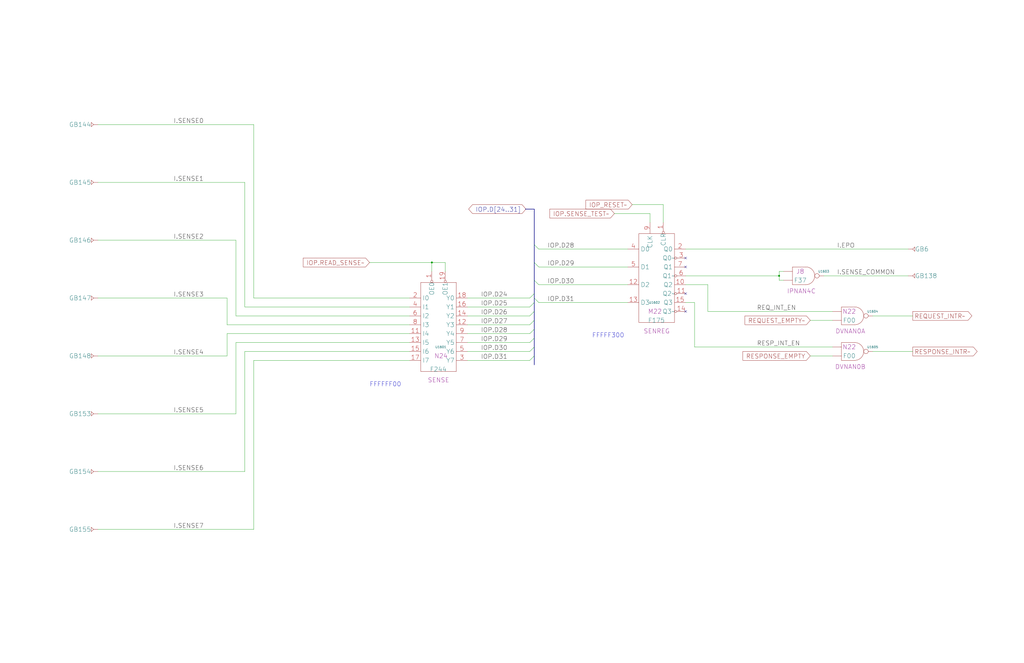
<source format=kicad_sch>
(kicad_sch (version 20211123) (generator eeschema)
  (paper "User" 584.2 378.46)
  (title_block (title "DEVICES\\nTEMPERATURE SENSE") (date "22-SEP-90") (rev "2.0") (comment 1 "IOC") (comment 2 "232-003061") (comment 3 "S400") (comment 4 "RELEASED"))
  (lib_symbols
    (symbol "r1000:F00" (pin_numbers hide) (pin_names hide)
      (property "Reference" "U" (at 15.24 0 0))
      (property "Value" "F00" (at 1.905 -5.08 0))
      (property "Location" "___" (at 1.905 0 0))
      (property "Name" "______" (at 2.54 -12.7 0))
      (symbol "F00_0_1"
        (polyline (pts (xy -2.54 -7.62) (xy 5.08 -7.62)) (stroke (width 0.1524)))
        (polyline (pts (xy -2.54 2.54) (xy -2.54 -7.62)) (stroke (width 0.1524)))
        (polyline (pts (xy -2.54 2.54) (xy 5.08 2.54)) (stroke (width 0.1524)))
        (arc (start 5.08 -7.62) (mid 10.1282 -2.54) (end 5.08 2.54) (stroke (width 0.1524)))
        (circle (center 11.43 -2.54) (radius 1.27) (stroke (width 0.1524)))
      )
      (symbol "F00_0_2"
        (circle (center -3.81 -5.08) (radius 1.27) (stroke (width 0.1524)))
        (circle (center -3.81 0) (radius 1.27) (stroke (width 0.1524)))
        (arc (start -3.175 -7.62) (mid -2.134 -2.54) (end -3.175 2.54) (stroke (width 0.1524)))
        (polyline (pts (xy -3.175 -7.62) (xy 3.81 -7.62)) (stroke (width 0.1524)))
        (polyline (pts (xy -3.175 2.54) (xy 3.81 2.54)) (stroke (width 0.1524)))
        (arc (start 3.81 -7.62) (mid 7.5855 -5.8306) (end 10.16 -2.54) (stroke (width 0.1524)))
        (arc (start 10.16 -2.54) (mid 7.5827 0.7471) (end 3.81 2.54) (stroke (width 0.1524)))
      )
      (symbol "F00_1_1"
        (pin input line (at -7.62 0 0) (length 5.08) (name "D0") (number "1"))
        (pin input line (at -7.62 -5.08 0) (length 5.08) (name "D1") (number "2"))
        (pin output line (at 15.24 -2.54 180) (length 2.54) (name "Q") (number "3"))
      )
      (symbol "F00_1_2"
        (pin input line (at -7.62 0 0) (length 2.54) (name "D0") (number "1"))
        (pin input line (at -7.62 -5.08 0) (length 2.54) (name "D1") (number "2"))
        (pin output line (at 15.24 -2.54 180) (length 5.08) (name "Q") (number "3"))
      )
    )
    (symbol "r1000:F175" (pin_names (offset 1.016))
      (property "Reference" "U" (at 2.54 5.08 0))
      (property "Value" "F175" (at -1.27 -5.08 0))
      (property "Location" "___" (at -1.27 0 0))
      (property "Name" "______" (at 3.81 -12.7 0))
      (symbol "F175_1_1"
        (rectangle (start -6.35 44.45) (end 13.97 -6.35))
        (circle (center 7.62 45.085) (radius 0.635))
        (circle (center 14.605 0) (radius 0.635))
        (circle (center 14.605 10.16) (radius 0.635))
        (circle (center 14.605 20.32) (radius 0.635))
        (circle (center 14.605 30.48) (radius 0.635))
        (pin input line (at 7.62 50.8 270) (length 5.08) (name "CLR") (number "1"))
        (pin output line (at 20.32 15.24 180) (length 6.35) (name "Q2") (number "10"))
        (pin output line (at 20.32 10.16 180) (length 5.08) (name "Q2~") (number "11"))
        (pin input line (at -12.7 15.24 0) (length 6.35) (name "D2") (number "12"))
        (pin input line (at -12.7 5.08 0) (length 6.35) (name "D3") (number "13"))
        (pin output line (at 20.32 0 180) (length 5.08) (name "Q3~") (number "14"))
        (pin output line (at 20.32 5.08 180) (length 6.35) (name "Q3") (number "15"))
        (pin output line (at 20.32 35.56 180) (length 6.35) (name "Q0") (number "2"))
        (pin output line (at 20.32 30.48 180) (length 5.08) (name "Q0~") (number "3"))
        (pin input line (at -12.7 35.56 0) (length 6.35) (name "D0") (number "4"))
        (pin input line (at -12.7 25.4 0) (length 6.35) (name "D1") (number "5"))
        (pin output line (at 20.32 20.32 180) (length 5.08) (name "Q1~") (number "6"))
        (pin output line (at 20.32 25.4 180) (length 6.35) (name "Q1") (number "7"))
        (pin input line (at 0 50.8 270) (length 6.35) (name "CLK") (number "9"))
      )
    )
    (symbol "r1000:F244" (pin_names (offset 1.016))
      (property "Reference" "U" (at 2.54 5.08 0))
      (property "Value" "F244" (at -3.81 -7.62 0))
      (property "Location" "___" (at -1.27 0 0))
      (property "Name" "______" (at 1.27 -15.24 0))
      (symbol "F244_1_1"
        (rectangle (start -8.89 41.91) (end 11.43 -8.89))
        (circle (center -2.54 42.545) (radius 0.635))
        (circle (center 5.08 42.545) (radius 0.635))
        (pin input line (at -2.54 48.26 270) (length 5.08) (name "OE0") (number "1"))
        (pin input line (at -15.24 12.7 0) (length 6.35) (name "I4") (number "11"))
        (pin tri_state line (at 17.78 17.78 180) (length 6.35) (name "Y3") (number "12"))
        (pin input line (at -15.24 7.62 0) (length 6.35) (name "I5") (number "13"))
        (pin tri_state line (at 17.78 22.86 180) (length 6.35) (name "Y2") (number "14"))
        (pin input line (at -15.24 2.54 0) (length 6.35) (name "I6") (number "15"))
        (pin tri_state line (at 17.78 27.94 180) (length 6.35) (name "Y1") (number "16"))
        (pin input line (at -15.24 -2.54 0) (length 6.35) (name "I7") (number "17"))
        (pin tri_state line (at 17.78 33.02 180) (length 6.35) (name "Y0") (number "18"))
        (pin input line (at 5.08 48.26 270) (length 5.08) (name "OE1") (number "19"))
        (pin input line (at -15.24 33.02 0) (length 6.35) (name "I0") (number "2"))
        (pin tri_state line (at 17.78 -2.54 180) (length 6.35) (name "Y7") (number "3"))
        (pin input line (at -15.24 27.94 0) (length 6.35) (name "I1") (number "4"))
        (pin tri_state line (at 17.78 2.54 180) (length 6.35) (name "Y6") (number "5"))
        (pin input line (at -15.24 22.86 0) (length 6.35) (name "I2") (number "6"))
        (pin tri_state line (at 17.78 7.62 180) (length 6.35) (name "Y5") (number "7"))
        (pin input line (at -15.24 17.78 0) (length 6.35) (name "I3") (number "8"))
        (pin tri_state line (at 17.78 12.7 180) (length 6.35) (name "Y4") (number "9"))
      )
    )
    (symbol "r1000:F37" (pin_numbers hide) (pin_names (offset 0) hide)
      (property "Reference" "U" (at 15.24 0 0))
      (property "Value" "F37" (at 1.905 -5.08 0))
      (property "Location" "___" (at 1.905 0 0))
      (property "Name" "______" (at 2.54 -12.7 0))
      (symbol "F37_0_1"
        (polyline (pts (xy -2.54 -7.62) (xy 5.08 -7.62)) (stroke (width 0.1524)))
        (polyline (pts (xy -2.54 2.54) (xy -2.54 -7.62)) (stroke (width 0.1524)))
        (polyline (pts (xy -2.54 2.54) (xy 5.08 2.54)) (stroke (width 0.1524)))
        (arc (start 5.08 -7.62) (mid 10.1282 -2.54) (end 5.08 2.54) (stroke (width 0.1524)))
        (circle (center 11.43 -2.54) (radius 1.27) (stroke (width 0.1524)))
      )
      (symbol "F37_0_2"
        (circle (center -3.81 -5.08) (radius 1.27) (stroke (width 0.1524)))
        (circle (center -3.81 0) (radius 1.27) (stroke (width 0.1524)))
        (arc (start -3.175 -7.62) (mid -2.134 -2.54) (end -3.175 2.54) (stroke (width 0.1524)))
        (polyline (pts (xy -3.175 -7.62) (xy 3.81 -7.62)) (stroke (width 0.1524)))
        (polyline (pts (xy -3.175 2.54) (xy 3.81 2.54)) (stroke (width 0.1524)))
        (arc (start 3.81 -7.62) (mid 7.5855 -5.8306) (end 10.16 -2.54) (stroke (width 0.1524)))
        (arc (start 10.16 -2.54) (mid 7.5827 0.7471) (end 3.81 2.54) (stroke (width 0.1524)))
      )
      (symbol "F37_1_1"
        (pin input line (at -7.62 0 0) (length 5.08) (name "D0") (number "1"))
        (pin input line (at -7.62 -5.08 0) (length 5.08) (name "D1") (number "2"))
        (pin output line (at 15.24 -2.54 180) (length 2.54) (name "Q") (number "3"))
      )
      (symbol "F37_1_2"
        (pin input line (at -7.62 0 0) (length 2.54) (name "D0") (number "1"))
        (pin input line (at -7.62 -5.08 0) (length 2.54) (name "D1") (number "2"))
        (pin output line (at 15.24 -2.54 180) (length 5.08) (name "Q") (number "3"))
      )
    )
    (symbol "r1000:GB" (pin_numbers hide) (pin_names (offset 0) hide)
      (property "Reference" "GB" (at 3.81 0 0))
      (symbol "GB_0_1"
        (polyline (pts (xy 2.54 0) (xy 3.81 1.27) (xy 3.81 -1.27) (xy 2.54 0)) (stroke (width 0.1524)))
      )
      (symbol "GB_1_1"
        (pin bidirectional line (at 0 0 0) (length 2.54) (name "") (number "1"))
      )
    )
  )
  (bus (pts (xy 299.72 119.38) (xy 304.8 119.38)))
  (bus (pts (xy 304.8 119.38) (xy 304.8 139.7)))
  (bus (pts (xy 304.8 139.7) (xy 304.8 149.86)))
  (bus (pts (xy 304.8 149.86) (xy 304.8 160.02)))
  (bus (pts (xy 304.8 160.02) (xy 304.8 167.64)))
  (bus (pts (xy 304.8 167.64) (xy 304.8 170.18)))
  (bus (pts (xy 304.8 170.18) (xy 304.8 172.72)))
  (bus (pts (xy 304.8 172.72) (xy 304.8 177.8)))
  (bus (pts (xy 304.8 177.8) (xy 304.8 182.88)))
  (bus (pts (xy 304.8 182.88) (xy 304.8 187.96)))
  (bus (pts (xy 304.8 187.96) (xy 304.8 193.04)))
  (bus (pts (xy 304.8 193.04) (xy 304.8 198.12)))
  (bus (pts (xy 304.8 198.12) (xy 304.8 203.2)))
  (bus (pts (xy 304.8 203.2) (xy 304.8 208.28)))
  (wire (pts (xy 129.54 185.42) (xy 129.54 170.18)))
  (wire (pts (xy 129.54 190.5) (xy 233.68 190.5)))
  (wire (pts (xy 129.54 203.2) (xy 129.54 190.5)))
  (wire (pts (xy 134.62 137.16) (xy 134.62 180.34)))
  (wire (pts (xy 134.62 180.34) (xy 233.68 180.34)))
  (wire (pts (xy 134.62 195.58) (xy 134.62 236.22)))
  (wire (pts (xy 139.7 175.26) (xy 139.7 104.14)))
  (wire (pts (xy 139.7 200.66) (xy 233.68 200.66)))
  (wire (pts (xy 139.7 269.24) (xy 139.7 200.66)))
  (wire (pts (xy 144.78 170.18) (xy 233.68 170.18)))
  (wire (pts (xy 144.78 205.74) (xy 144.78 302.26)))
  (wire (pts (xy 144.78 71.12) (xy 144.78 170.18)))
  (wire (pts (xy 210.82 149.86) (xy 246.38 149.86)))
  (wire (pts (xy 233.68 175.26) (xy 139.7 175.26)))
  (wire (pts (xy 233.68 185.42) (xy 129.54 185.42)))
  (wire (pts (xy 233.68 195.58) (xy 134.62 195.58)))
  (wire (pts (xy 233.68 205.74) (xy 144.78 205.74)))
  (wire (pts (xy 246.38 149.86) (xy 246.38 154.94)))
  (wire (pts (xy 246.38 149.86) (xy 254 149.86)))
  (wire (pts (xy 254 149.86) (xy 254 154.94)))
  (wire (pts (xy 266.7 170.18) (xy 302.26 170.18)))
  (wire (pts (xy 266.7 175.26) (xy 302.26 175.26)))
  (wire (pts (xy 266.7 180.34) (xy 302.26 180.34)))
  (wire (pts (xy 266.7 185.42) (xy 302.26 185.42)))
  (wire (pts (xy 266.7 190.5) (xy 302.26 190.5)))
  (wire (pts (xy 266.7 195.58) (xy 302.26 195.58)))
  (wire (pts (xy 266.7 200.66) (xy 302.26 200.66)))
  (wire (pts (xy 266.7 205.74) (xy 302.26 205.74)))
  (wire (pts (xy 307.34 142.24) (xy 358.14 142.24)))
  (wire (pts (xy 307.34 152.4) (xy 358.14 152.4)))
  (wire (pts (xy 307.34 162.56) (xy 358.14 162.56)))
  (wire (pts (xy 307.34 172.72) (xy 358.14 172.72)))
  (wire (pts (xy 350.52 121.92) (xy 370.84 121.92)))
  (wire (pts (xy 360.68 116.84) (xy 378.46 116.84)))
  (wire (pts (xy 370.84 121.92) (xy 370.84 127)))
  (wire (pts (xy 378.46 116.84) (xy 378.46 127)))
  (wire (pts (xy 391.16 142.24) (xy 518.16 142.24)))
  (wire (pts (xy 391.16 157.48) (xy 444.5 157.48)))
  (wire (pts (xy 391.16 162.56) (xy 403.86 162.56)))
  (wire (pts (xy 391.16 172.72) (xy 396.24 172.72)))
  (wire (pts (xy 396.24 172.72) (xy 396.24 198.12)))
  (wire (pts (xy 396.24 198.12) (xy 474.98 198.12)))
  (wire (pts (xy 403.86 162.56) (xy 403.86 177.8)))
  (wire (pts (xy 403.86 177.8) (xy 474.98 177.8)))
  (wire (pts (xy 444.5 154.94) (xy 447.04 154.94)))
  (wire (pts (xy 444.5 157.48) (xy 444.5 154.94)))
  (wire (pts (xy 444.5 160.02) (xy 444.5 157.48)))
  (wire (pts (xy 447.04 160.02) (xy 444.5 160.02)))
  (wire (pts (xy 462.28 182.88) (xy 474.98 182.88)))
  (wire (pts (xy 462.28 203.2) (xy 474.98 203.2)))
  (wire (pts (xy 469.9 157.48) (xy 518.16 157.48)))
  (wire (pts (xy 497.84 180.34) (xy 520.7 180.34)))
  (wire (pts (xy 497.84 200.66) (xy 520.7 200.66)))
  (wire (pts (xy 55.88 104.14) (xy 139.7 104.14)))
  (wire (pts (xy 55.88 137.16) (xy 134.62 137.16)))
  (wire (pts (xy 55.88 170.18) (xy 129.54 170.18)))
  (wire (pts (xy 55.88 203.2) (xy 129.54 203.2)))
  (wire (pts (xy 55.88 236.22) (xy 134.62 236.22)))
  (wire (pts (xy 55.88 269.24) (xy 139.7 269.24)))
  (wire (pts (xy 55.88 302.26) (xy 144.78 302.26)))
  (wire (pts (xy 55.88 71.12) (xy 144.78 71.12)))
  (symbol (lib_id "r1000:GB") (at 55.88 71.12 0) (mirror y) (unit 1)
    (property "Reference" "GB144" (at 52.07 71.12 0) (effects (font (size 2.54 2.54)) (justify left)))
    (property "Value" "GB" (effects hide))
  )
  (symbol (lib_id "r1000:GB") (at 55.88 104.14 0) (mirror y) (unit 1)
    (property "Reference" "GB145" (at 52.07 104.14 0) (effects (font (size 2.54 2.54)) (justify left)))
    (property "Value" "GB" (effects hide))
  )
  (symbol (lib_id "r1000:GB") (at 55.88 137.16 0) (mirror y) (unit 1)
    (property "Reference" "GB146" (at 52.07 137.16 0) (effects (font (size 2.54 2.54)) (justify left)))
    (property "Value" "GB" (effects hide))
  )
  (symbol (lib_id "r1000:GB") (at 55.88 170.18 0) (mirror y) (unit 1)
    (property "Reference" "GB147" (at 52.07 170.18 0) (effects (font (size 2.54 2.54)) (justify left)))
    (property "Value" "GB" (effects hide))
  )
  (symbol (lib_id "r1000:GB") (at 55.88 203.2 0) (mirror y) (unit 1)
    (property "Reference" "GB148" (at 52.07 203.2 0) (effects (font (size 2.54 2.54)) (justify left)))
    (property "Value" "GB" (effects hide))
  )
  (symbol (lib_id "r1000:GB") (at 55.88 236.22 0) (mirror y) (unit 1)
    (property "Reference" "GB153" (at 52.07 236.22 0) (effects (font (size 2.54 2.54)) (justify left)))
    (property "Value" "GB" (effects hide))
  )
  (symbol (lib_id "r1000:GB") (at 55.88 269.24 0) (mirror y) (unit 1)
    (property "Reference" "GB154" (at 52.07 269.24 0) (effects (font (size 2.54 2.54)) (justify left)))
    (property "Value" "GB" (effects hide))
  )
  (symbol (lib_id "r1000:GB") (at 55.88 302.26 0) (mirror y) (unit 1)
    (property "Reference" "GB155" (at 52.07 302.26 0) (effects (font (size 2.54 2.54)) (justify left)))
    (property "Value" "GB" (effects hide))
  )
  (label "I.SENSE0" (at 99.06 71.12 0) (effects (font (size 2.54 2.54))))
  (label "I.SENSE1" (at 99.06 104.14 0) (effects (font (size 2.54 2.54))))
  (label "I.SENSE2" (at 99.06 137.16 0) (effects (font (size 2.54 2.54))))
  (label "I.SENSE3" (at 99.06 170.18 0) (effects (font (size 2.54 2.54))))
  (label "I.SENSE4" (at 99.06 203.2 0) (effects (font (size 2.54 2.54))))
  (label "I.SENSE5" (at 99.06 236.22 0) (effects (font (size 2.54 2.54))))
  (label "I.SENSE6" (at 99.06 269.24 0) (effects (font (size 2.54 2.54))))
  (label "I.SENSE7" (at 99.06 302.26 0) (effects (font (size 2.54 2.54))))
  (global_label "IOP.READ_SENSE~" (shape input) (at 210.82 149.86 180) (effects (font (size 2.54 2.54))) (property "Intersheet References" "${INTERSHEET_REFS}" (at 172.593 149.7013 0) (effects (font (size 2.54 2.54)) (justify right))))
  (text "FFFFFF00\n" (at 210.82 220.98 0) (effects (font (size 2.54 2.54)) (justify left bottom)))
  (junction (at 246.38 149.86))
  (symbol (lib_id "r1000:F244") (at 248.92 203.2 0) (unit 1)
    (property "Reference" "U1601" (at 251.46 198.12 0))
    (property "Value" "F244" (at 245.11 210.82 0) (effects (font (size 2.54 2.54)) (justify left)))
    (property "Location" "N24" (at 247.65 203.2 0) (effects (font (size 2.54 2.54)) (justify left)))
    (property "Name" "SENSE" (at 250.19 218.44 0) (effects (font (size 2.54 2.54)) (justify bottom)))
  )
  (label "IOP.D24" (at 274.32 170.18 0) (effects (font (size 2.54 2.54))))
  (label "IOP.D25" (at 274.32 175.26 0) (effects (font (size 2.54 2.54))))
  (label "IOP.D26" (at 274.32 180.34 0) (effects (font (size 2.54 2.54))))
  (label "IOP.D27" (at 274.32 185.42 0) (effects (font (size 2.54 2.54))))
  (label "IOP.D28" (at 274.32 190.5 0) (effects (font (size 2.54 2.54))))
  (label "IOP.D29" (at 274.32 195.58 0) (effects (font (size 2.54 2.54))))
  (label "IOP.D30" (at 274.32 200.66 0) (effects (font (size 2.54 2.54))))
  (label "IOP.D31" (at 274.32 205.74 0) (effects (font (size 2.54 2.54))))
  (global_label "IOP.D[24..31]" (shape bidirectional) (at 300.0697 119.38 180) (effects (font (size 2.54 2.54))) (property "Intersheet References" "${INTERSHEET_REFS}" (at 269.2208 119.2213 0) (effects (font (size 2.54 2.54)) (justify right))))
  (bus_entry (at 304.8 139.7) (size 2.54 2.54))
  (bus_entry (at 304.8 149.86) (size 2.54 2.54))
  (bus_entry (at 304.8 160.02) (size 2.54 2.54))
  (bus_entry (at 304.8 167.64) (size -2.54 2.54))
  (bus_entry (at 304.8 170.18) (size 2.54 2.54))
  (bus_entry (at 304.8 172.72) (size -2.54 2.54))
  (bus_entry (at 304.8 177.8) (size -2.54 2.54))
  (bus_entry (at 304.8 182.88) (size -2.54 2.54))
  (bus_entry (at 304.8 187.96) (size -2.54 2.54))
  (bus_entry (at 304.8 193.04) (size -2.54 2.54))
  (bus_entry (at 304.8 198.12) (size -2.54 2.54))
  (bus_entry (at 304.8 203.2) (size -2.54 2.54))
  (label "IOP.D28" (at 312.42 142.24 0) (effects (font (size 2.54 2.54))))
  (label "IOP.D29" (at 312.42 152.4 0) (effects (font (size 2.54 2.54))))
  (label "IOP.D30" (at 312.42 162.56 0) (effects (font (size 2.54 2.54))))
  (label "IOP.D31" (at 312.42 172.72 0) (effects (font (size 2.54 2.54))))
  (text "FFFFF300\n" (at 337.82 193.04 0) (effects (font (size 2.54 2.54)) (justify left bottom)))
  (global_label "IOP.SENSE_TEST~" (shape input) (at 350.52 121.92 180) (effects (font (size 2.54 2.54))) (property "Intersheet References" "${INTERSHEET_REFS}" (at 313.2606 121.7613 0) (effects (font (size 2.54 2.54)) (justify right))))
  (global_label "IOP_RESET~" (shape input) (at 360.68 116.84 180) (effects (font (size 2.54 2.54))) (property "Intersheet References" "${INTERSHEET_REFS}" (at 333.8225 116.6813 0) (effects (font (size 2.54 2.54)) (justify right))))
  (symbol (lib_id "r1000:F175") (at 370.84 177.8 0) (unit 1)
    (property "Reference" "U1602" (at 373.38 172.72 0))
    (property "Value" "F175" (at 369.57 182.88 0) (effects (font (size 2.54 2.54)) (justify left)))
    (property "Location" "M22" (at 369.57 177.8 0) (effects (font (size 2.54 2.54)) (justify left)))
    (property "Name" "SENREG" (at 374.65 190.5 0) (effects (font (size 2.54 2.54)) (justify bottom)))
  )
  (no_connect (at 391.16 147.32))
  (no_connect (at 391.16 152.4))
  (no_connect (at 391.16 167.64))
  (no_connect (at 391.16 177.8))
  (label "REQ_INT_EN" (at 431.8 177.8 0) (effects (font (size 2.54 2.54))))
  (label "RESP_INT_EN" (at 431.8 198.12 0) (effects (font (size 2.54 2.54))))
  (junction (at 444.5 157.48))
  (symbol (lib_id "r1000:F37") (at 454.66 154.94 0) (unit 1)
    (property "Reference" "U1603" (at 469.9 154.94 0))
    (property "Value" "F37" (at 456.565 160.02 0) (effects (font (size 2.54 2.54))))
    (property "Location" "J8" (at 456.565 154.94 0) (effects (font (size 2.54 2.54))))
    (property "Name" "IPNAN4C" (at 457.2 167.64 0) (effects (font (size 2.54 2.54)) (justify bottom)))
  )
  (global_label "REQUEST_EMPTY~" (shape input) (at 462.28 182.88 180) (effects (font (size 2.54 2.54))) (property "Intersheet References" "${INTERSHEET_REFS}" (at 424.6578 182.7213 0) (effects (font (size 2.54 2.54)) (justify right))))
  (global_label "RESPONSE_EMPTY" (shape input) (at 462.28 203.2 180) (effects (font (size 2.54 2.54))) (property "Intersheet References" "${INTERSHEET_REFS}" (at 423.4482 203.0413 0) (effects (font (size 2.54 2.54)) (justify right))))
  (label "I.EPO" (at 477.52 142.24 0) (effects (font (size 2.54 2.54))))
  (label "I.SENSE_COMMON" (at 477.52 157.48 0) (effects (font (size 2.54 2.54))))
  (symbol (lib_id "r1000:F00") (at 482.6 177.8 0) (unit 1)
    (property "Reference" "U1604" (at 497.84 177.8 0))
    (property "Value" "F00" (at 484.505 182.88 0) (effects (font (size 2.54 2.54))))
    (property "Location" "N22" (at 484.505 177.8 0) (effects (font (size 2.54 2.54))))
    (property "Name" "DVNAN0A" (at 485.14 190.5 0) (effects (font (size 2.54 2.54)) (justify bottom)))
  )
  (symbol (lib_id "r1000:F00") (at 482.6 198.12 0) (unit 1)
    (property "Reference" "U1605" (at 497.84 198.12 0))
    (property "Value" "F00" (at 484.505 203.2 0) (effects (font (size 2.54 2.54))))
    (property "Location" "N22" (at 484.505 198.12 0) (effects (font (size 2.54 2.54))))
    (property "Name" "DVNAN0B" (at 485.14 210.82 0) (effects (font (size 2.54 2.54)) (justify bottom)))
  )
  (symbol (lib_id "r1000:GB") (at 518.16 142.24 0) (unit 1)
    (property "Reference" "GB6" (at 521.97 142.24 0) (effects (font (size 2.54 2.54)) (justify left)))
    (property "Value" "GB" (effects hide))
  )
  (symbol (lib_id "r1000:GB") (at 518.16 157.48 0) (unit 1)
    (property "Reference" "GB138" (at 521.97 157.48 0) (effects (font (size 2.54 2.54)) (justify left)))
    (property "Value" "GB" (effects hide))
  )
  (global_label "REQUEST_INTR~" (shape output) (at 520.7 180.34 0) (effects (font (size 2.54 2.54))) (property "Intersheet References" "${INTERSHEET_REFS}" (at 554.8146 180.1813 0) (effects (font (size 2.54 2.54)) (justify left))))
  (global_label "RESPONSE_INTR~" (shape output) (at 520.7 200.66 0) (effects (font (size 2.54 2.54))) (property "Intersheet References" "${INTERSHEET_REFS}" (at 557.8384 200.5013 0) (effects (font (size 2.54 2.54)) (justify left))))
)
</source>
